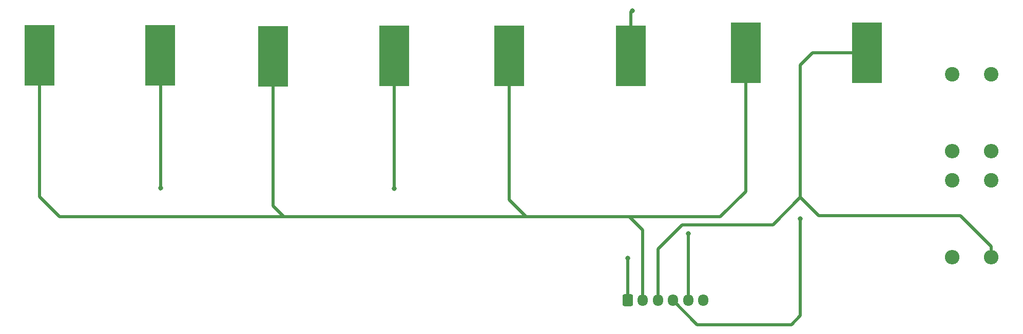
<source format=gbr>
%TF.GenerationSoftware,KiCad,Pcbnew,(6.0.4)*%
%TF.CreationDate,2022-08-01T12:40:21+02:00*%
%TF.ProjectId,MHS_Mobile_Hardware_Sampler_V3,4d48535f-4d6f-4626-996c-655f48617264,rev?*%
%TF.SameCoordinates,Original*%
%TF.FileFunction,Copper,L1,Top*%
%TF.FilePolarity,Positive*%
%FSLAX46Y46*%
G04 Gerber Fmt 4.6, Leading zero omitted, Abs format (unit mm)*
G04 Created by KiCad (PCBNEW (6.0.4)) date 2022-08-01 12:40:21*
%MOMM*%
%LPD*%
G01*
G04 APERTURE LIST*
G04 Aperture macros list*
%AMRoundRect*
0 Rectangle with rounded corners*
0 $1 Rounding radius*
0 $2 $3 $4 $5 $6 $7 $8 $9 X,Y pos of 4 corners*
0 Add a 4 corners polygon primitive as box body*
4,1,4,$2,$3,$4,$5,$6,$7,$8,$9,$2,$3,0*
0 Add four circle primitives for the rounded corners*
1,1,$1+$1,$2,$3*
1,1,$1+$1,$4,$5*
1,1,$1+$1,$6,$7*
1,1,$1+$1,$8,$9*
0 Add four rect primitives between the rounded corners*
20,1,$1+$1,$2,$3,$4,$5,0*
20,1,$1+$1,$4,$5,$6,$7,0*
20,1,$1+$1,$6,$7,$8,$9,0*
20,1,$1+$1,$8,$9,$2,$3,0*%
G04 Aperture macros list end*
%TA.AperFunction,SMDPad,CuDef*%
%ADD10R,5.000000X10.000000*%
%TD*%
%TA.AperFunction,ComponentPad*%
%ADD11C,2.400000*%
%TD*%
%TA.AperFunction,ComponentPad*%
%ADD12O,2.400000X2.400000*%
%TD*%
%TA.AperFunction,ComponentPad*%
%ADD13RoundRect,0.250000X-0.600000X-0.725000X0.600000X-0.725000X0.600000X0.725000X-0.600000X0.725000X0*%
%TD*%
%TA.AperFunction,ComponentPad*%
%ADD14O,1.700000X1.950000*%
%TD*%
%TA.AperFunction,ViaPad*%
%ADD15C,0.800000*%
%TD*%
%TA.AperFunction,Conductor*%
%ADD16C,0.500000*%
%TD*%
G04 APERTURE END LIST*
D10*
%TO.P,H13,1,1*%
%TO.N,Net-(H13-Pad1)*%
X151000000Y-115600000D03*
%TD*%
%TO.P,H14,1,1*%
%TO.N,Net-(H14-Pad1)*%
X190000000Y-115100000D03*
%TD*%
%TO.P,H5V1,1,1*%
%TO.N,Net-(H5V1-Pad1)*%
X53500000Y-115500000D03*
%TD*%
D11*
%TO.P,R4,1*%
%TO.N,Net-(J?3=FSR4;6=FSR1-Pad1)*%
X210500000Y-136150000D03*
D12*
%TO.P,R4,2*%
%TO.N,Net-(H14-Pad1)*%
X210500000Y-148850000D03*
%TD*%
D10*
%TO.P,H12,1,1*%
%TO.N,Net-(H12-Pad1)*%
X112000000Y-115600000D03*
%TD*%
%TO.P,H5V3,1,1*%
%TO.N,Net-(H5V1-Pad1)*%
X131000000Y-115600000D03*
%TD*%
%TO.P,H11,1,1*%
%TO.N,Net-(H11-Pad1)*%
X73400000Y-115500000D03*
%TD*%
D11*
%TO.P,R1,1*%
%TO.N,Net-(J?3=FSR4;6=FSR1-Pad1)*%
X204000000Y-118650000D03*
D12*
%TO.P,R1,2*%
%TO.N,Net-(H13-Pad1)*%
X204000000Y-131350000D03*
%TD*%
D13*
%TO.P,J?3=FSR4;6=FSR1,1,1*%
%TO.N,Net-(J?3=FSR4;6=FSR1-Pad1)*%
X150500000Y-156000000D03*
D14*
%TO.P,J?3=FSR4;6=FSR1,2,2*%
%TO.N,Net-(H5V1-Pad1)*%
X153000000Y-156000000D03*
%TO.P,J?3=FSR4;6=FSR1,3,3*%
%TO.N,Net-(H14-Pad1)*%
X155500000Y-156000000D03*
%TO.P,J?3=FSR4;6=FSR1,4,4*%
%TO.N,Net-(H13-Pad1)*%
X158000000Y-156000000D03*
%TO.P,J?3=FSR4;6=FSR1,5,5*%
%TO.N,Net-(H12-Pad1)*%
X160500000Y-156000000D03*
%TO.P,J?3=FSR4;6=FSR1,6,6*%
%TO.N,Net-(H11-Pad1)*%
X163000000Y-156000000D03*
%TD*%
D11*
%TO.P,R3,1*%
%TO.N,Net-(J?3=FSR4;6=FSR1-Pad1)*%
X204000000Y-136150000D03*
D12*
%TO.P,R3,2*%
%TO.N,Net-(H12-Pad1)*%
X204000000Y-148850000D03*
%TD*%
D10*
%TO.P,H5V2,1,1*%
%TO.N,Net-(H5V1-Pad1)*%
X92000000Y-115700000D03*
%TD*%
D11*
%TO.P,R2,1*%
%TO.N,Net-(J?3=FSR4;6=FSR1-Pad1)*%
X210500000Y-118650000D03*
D12*
%TO.P,R2,2*%
%TO.N,Net-(H11-Pad1)*%
X210500000Y-131350000D03*
%TD*%
D10*
%TO.P,H5V4,1,1*%
%TO.N,Net-(H5V1-Pad1)*%
X170000000Y-115100000D03*
%TD*%
D15*
%TO.N,Net-(J?3=FSR4;6=FSR1-Pad1)*%
X150500000Y-149000000D03*
%TO.N,Net-(H11-Pad1)*%
X73500000Y-137400000D03*
%TO.N,Net-(H12-Pad1)*%
X160500000Y-145000000D03*
X112000000Y-137500000D03*
%TO.N,Net-(H13-Pad1)*%
X151250000Y-108100000D03*
X179000000Y-142500000D03*
%TD*%
D16*
%TO.N,Net-(J?3=FSR4;6=FSR1-Pad1)*%
X150500000Y-156000000D02*
X150500000Y-149000000D01*
%TO.N,Net-(H11-Pad1)*%
X73500000Y-115600000D02*
X73500000Y-137400000D01*
X73500000Y-137500000D02*
X73400000Y-137600000D01*
%TO.N,Net-(H12-Pad1)*%
X112000000Y-115600000D02*
X112000000Y-137500000D01*
X160500000Y-145000000D02*
X160500000Y-156000000D01*
%TO.N,Net-(H14-Pad1)*%
X210500000Y-147110000D02*
X210500000Y-148850000D01*
X179000000Y-139000000D02*
X174500000Y-143500000D01*
X159500000Y-143500000D02*
X155500000Y-147500000D01*
X179000000Y-139000000D02*
X182000000Y-142000000D01*
X205390000Y-142000000D02*
X210500000Y-147110000D01*
X179000000Y-117100000D02*
X181000000Y-115100000D01*
X188500000Y-115100000D02*
X190000000Y-115100000D01*
X182000000Y-142000000D02*
X205390000Y-142000000D01*
X155500000Y-147500000D02*
X155500000Y-156000000D01*
X174500000Y-143500000D02*
X159500000Y-143500000D01*
X179000000Y-139000000D02*
X179000000Y-117100000D01*
X181000000Y-115100000D02*
X190000000Y-115100000D01*
%TO.N,Net-(H5V1-Pad1)*%
X53500000Y-115500000D02*
X53500000Y-138900000D01*
X131000000Y-139400000D02*
X133800000Y-142200000D01*
X53500000Y-138900000D02*
X56800000Y-142200000D01*
X92000000Y-115700000D02*
X92000000Y-140400000D01*
X165800000Y-142200000D02*
X150800000Y-142200000D01*
X92000000Y-140400000D02*
X93800000Y-142200000D01*
X153000000Y-144400000D02*
X150800000Y-142200000D01*
X170000000Y-115100000D02*
X170000000Y-138000000D01*
X56800000Y-142200000D02*
X93800000Y-142200000D01*
X170000000Y-115100000D02*
X168000000Y-115100000D01*
X153000000Y-156000000D02*
X153000000Y-144400000D01*
X93800000Y-142200000D02*
X150800000Y-142200000D01*
X170000000Y-138000000D02*
X165800000Y-142200000D01*
X131000000Y-115600000D02*
X131000000Y-139400000D01*
%TO.N,Net-(H13-Pad1)*%
X151250000Y-108100000D02*
X151000000Y-108350000D01*
X179000000Y-142500000D02*
X179000000Y-158500000D01*
X177500000Y-160000000D02*
X162000000Y-160000000D01*
X179000000Y-158500000D02*
X177500000Y-160000000D01*
X162000000Y-160000000D02*
X158000000Y-156000000D01*
X151000000Y-108350000D02*
X151000000Y-115600000D01*
%TD*%
M02*

</source>
